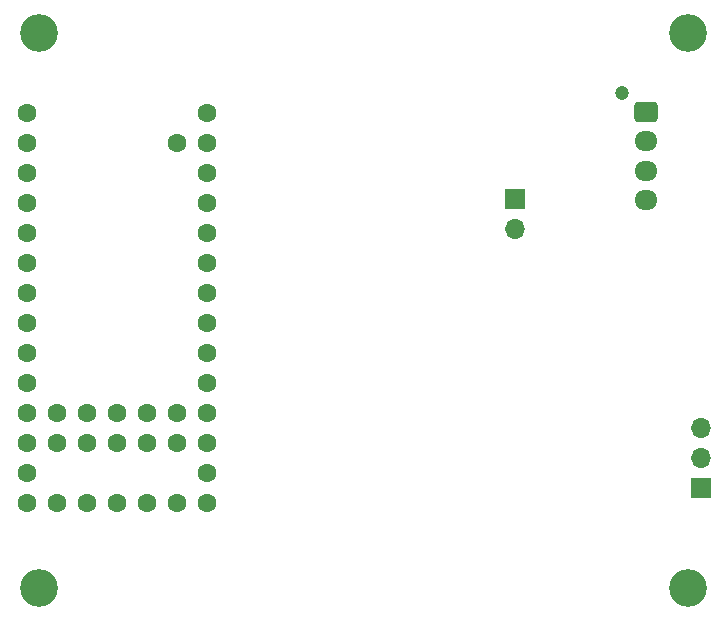
<source format=gbr>
G04 #@! TF.GenerationSoftware,KiCad,Pcbnew,7.0.8*
G04 #@! TF.CreationDate,2024-01-21T00:43:24-07:00*
G04 #@! TF.ProjectId,ONVEHICLE,4f4e5645-4849-4434-9c45-2e6b69636164,rev?*
G04 #@! TF.SameCoordinates,Original*
G04 #@! TF.FileFunction,Soldermask,Bot*
G04 #@! TF.FilePolarity,Negative*
%FSLAX46Y46*%
G04 Gerber Fmt 4.6, Leading zero omitted, Abs format (unit mm)*
G04 Created by KiCad (PCBNEW 7.0.8) date 2024-01-21 00:43:24*
%MOMM*%
%LPD*%
G01*
G04 APERTURE LIST*
G04 Aperture macros list*
%AMRoundRect*
0 Rectangle with rounded corners*
0 $1 Rounding radius*
0 $2 $3 $4 $5 $6 $7 $8 $9 X,Y pos of 4 corners*
0 Add a 4 corners polygon primitive as box body*
4,1,4,$2,$3,$4,$5,$6,$7,$8,$9,$2,$3,0*
0 Add four circle primitives for the rounded corners*
1,1,$1+$1,$2,$3*
1,1,$1+$1,$4,$5*
1,1,$1+$1,$6,$7*
1,1,$1+$1,$8,$9*
0 Add four rect primitives between the rounded corners*
20,1,$1+$1,$2,$3,$4,$5,0*
20,1,$1+$1,$4,$5,$6,$7,0*
20,1,$1+$1,$6,$7,$8,$9,0*
20,1,$1+$1,$8,$9,$2,$3,0*%
G04 Aperture macros list end*
%ADD10C,3.200000*%
%ADD11R,1.700000X1.700000*%
%ADD12O,1.700000X1.700000*%
%ADD13C,1.200000*%
%ADD14RoundRect,0.250000X-0.725000X0.600000X-0.725000X-0.600000X0.725000X-0.600000X0.725000X0.600000X0*%
%ADD15O,1.950000X1.700000*%
%ADD16C,1.600000*%
G04 APERTURE END LIST*
D10*
X135000000Y-119000000D03*
X135000000Y-72000000D03*
X190000000Y-119000000D03*
D11*
X175300000Y-86000000D03*
D12*
X175300000Y-88540000D03*
D10*
X190000000Y-72000000D03*
D13*
X184425000Y-77050000D03*
D14*
X186425000Y-78650000D03*
D15*
X186425000Y-81150000D03*
X186425000Y-83650000D03*
X186425000Y-86150000D03*
D16*
X134000000Y-78760000D03*
X134000000Y-81300000D03*
X134000000Y-83840000D03*
X134000000Y-86380000D03*
X134000000Y-88920000D03*
X134000000Y-91460000D03*
X134000000Y-94000000D03*
X134000000Y-96540000D03*
X134000000Y-99080000D03*
X134000000Y-101620000D03*
X134000000Y-104160000D03*
X134000000Y-106700000D03*
X134000000Y-109240000D03*
X134000000Y-111780000D03*
X136540000Y-111780000D03*
X139080000Y-111780000D03*
X141620000Y-111780000D03*
X144160000Y-111780000D03*
X146700000Y-111780000D03*
X149240000Y-111780000D03*
X149240000Y-109240000D03*
X149240000Y-106700000D03*
X149240000Y-104160000D03*
X149240000Y-101620000D03*
X149240000Y-99080000D03*
X149240000Y-96540000D03*
X149240000Y-94000000D03*
X149240000Y-91460000D03*
X149240000Y-88920000D03*
X149240000Y-86380000D03*
X149240000Y-83840000D03*
X149240000Y-81300000D03*
X149240000Y-78760000D03*
X146700000Y-81300000D03*
X146700000Y-106700000D03*
X146700000Y-104160000D03*
X144160000Y-106700000D03*
X144160000Y-104160000D03*
X141620000Y-106700000D03*
X141620000Y-104160000D03*
X139080000Y-106700000D03*
X139080000Y-104160000D03*
X136540000Y-106700000D03*
X136540000Y-104160000D03*
D11*
X191075000Y-110525000D03*
D12*
X191075000Y-107985000D03*
X191075000Y-105445000D03*
M02*

</source>
